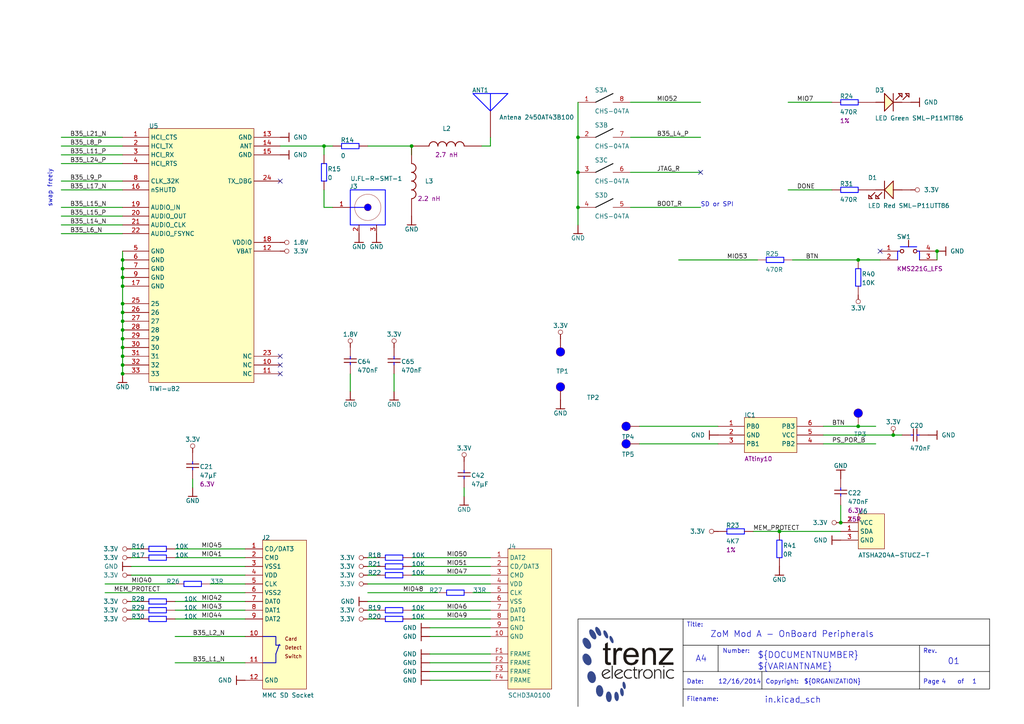
<source format=kicad_sch>
(kicad_sch (version 20230121) (generator eeschema)
  (paper "A4")
  (title_block (title "ZoM Mod A - OnBoard Peripherals") (date "12/16/2014") (rev "01"))
  (junction (at 35.56 93.1672))
  (junction (at 167.64 49.9872))
  (junction (at 35.56 80.4672))
  (junction (at 35.56 75.3872))
  (junction (at 35.56 77.9272))
  (junction (at 35.56 90.6272))
  (junction (at 248.92 75.3872))
  (junction (at 167.64 60.1472))
  (junction (at 35.56 98.2472))
  (junction (at 167.64 39.8272))
  (junction (at 35.56 105.8672))
  (junction (at 35.56 100.7872))
  (junction (at 35.56 88.0872))
  (junction (at 248.92 123.6472))
  (junction (at 259.08 126.1872))
  (junction (at 35.56 83.0072))
  (junction (at 226.06 154.1272))
  (junction (at 35.56 95.7072))
  (junction (at 35.56 103.3272))
  (junction (at 271.78 72.8472))
  (junction (at 243.84 151.5872))
  (junction (at 35.56 108.4072))
  (junction (at 93.98 42.3672))
  (junction (at 119.38 42.3672))
  (no_connect (at 81.28 52.5272))
  (no_connect (at 203.2 49.9872))
  (no_connect (at 81.28 108.4072))
  (no_connect (at 81.28 105.8672))
  (no_connect (at 81.28 103.3272))
  (no_connect (at 255.27 72.8472))
  (wire (pts (xy 255.27 75.3872) (xy 248.92 75.3872)) (stroke (width 0.254)))
  (wire (pts (xy 35.56 65.2272) (xy 17.78 65.2272)) (stroke (width 0.254)))
  (wire (pts (xy 142.24 192.2272) (xy 124.714 192.2272)) (stroke (width 0.254)))
  (wire (pts (xy 142.24 176.9872) (xy 119.38 176.9872)) (stroke (width 0.254)))
  (wire (pts (xy 35.56 77.9272) (xy 35.56 80.4672)) (stroke (width 0.254)))
  (wire (pts (xy 35.56 93.1672) (xy 35.56 95.7072)) (stroke (width 0.254)))
  (wire (pts (xy 167.64 49.9872) (xy 167.64 60.1472)) (stroke (width 0.254)))
  (wire (pts (xy 142.24 194.7672) (xy 124.714 194.7672)) (stroke (width 0.254)))
  (wire (pts (xy 101.6 113.4872) (xy 101.6 108.4072)) (stroke (width 0.254)))
  (wire (pts (xy 35.56 42.3672) (xy 17.78 42.3672)) (stroke (width 0.254)))
  (wire (pts (xy 208.28 128.7272) (xy 185.42 128.7272)) (stroke (width 0.254)))
  (wire (pts (xy 243.84 154.1272) (xy 226.06 154.1272)) (stroke (width 0.254)))
  (wire (pts (xy 35.56 62.6872) (xy 17.78 62.6872)) (stroke (width 0.254)))
  (wire (pts (xy 38.1 179.5272) (xy 40.64 179.5272)) (stroke (width 0.254)))
  (wire (pts (xy 93.98 60.1472) (xy 93.98 55.0672)) (stroke (width 0.254)))
  (wire (pts (xy 219.71 75.3872) (xy 196.85 75.3872)) (stroke (width 0.254)))
  (wire (pts (xy 35.56 80.4672) (xy 35.56 83.0072)) (stroke (width 0.254)))
  (wire (pts (xy 35.56 55.0672) (xy 17.78 55.0672)) (stroke (width 0.254)))
  (wire (pts (xy 106.68 161.7472) (xy 109.22 161.7472)) (stroke (width 0.254)))
  (wire (pts (xy 106.68 171.9072) (xy 127 171.9072)) (stroke (width 0.254)))
  (wire (pts (xy 259.08 126.1872) (xy 261.62 126.1872)) (stroke (width 0.254)))
  (wire (pts (xy 203.2 60.1472) (xy 182.88 60.1472)) (stroke (width 0.254)))
  (wire (pts (xy 71.12 171.9072) (xy 30.48 171.9072)) (stroke (width 0.254)))
  (wire (pts (xy 238.76 123.6472) (xy 248.92 123.6472)) (stroke (width 0.254)))
  (wire (pts (xy 142.24 169.3672) (xy 106.68 169.3672)) (stroke (width 0.254)))
  (wire (pts (xy 106.68 42.3672) (xy 119.38 42.3672)) (stroke (width 0.254)))
  (wire (pts (xy 38.1 164.2872) (xy 71.12 164.2872)) (stroke (width 0.254)))
  (wire (pts (xy 35.56 95.7072) (xy 35.56 98.2472)) (stroke (width 0.254)))
  (wire (pts (xy 35.56 52.5272) (xy 17.78 52.5272)) (stroke (width 0.254)))
  (wire (pts (xy 35.56 90.6272) (xy 35.56 93.1672)) (stroke (width 0.254)))
  (wire (pts (xy 142.24 164.2872) (xy 119.38 164.2872)) (stroke (width 0.254)))
  (wire (pts (xy 35.56 72.8472) (xy 35.56 75.3872)) (stroke (width 0.254)))
  (wire (pts (xy 203.2 29.6672) (xy 182.88 29.6672)) (stroke (width 0.254)))
  (wire (pts (xy 38.1 161.7472) (xy 40.64 161.7472)) (stroke (width 0.254)))
  (wire (pts (xy 38.1 166.8272) (xy 71.12 166.8272)) (stroke (width 0.254)))
  (wire (pts (xy 203.2 49.9872) (xy 182.88 49.9872)) (stroke (width 0.254)))
  (wire (pts (xy 71.12 161.7472) (xy 50.8 161.7472)) (stroke (width 0.254)))
  (wire (pts (xy 238.76 126.1872) (xy 259.08 126.1872)) (stroke (width 0.254)))
  (wire (pts (xy 271.78 75.3872) (xy 271.78 72.8472)) (stroke (width 0.254)))
  (wire (pts (xy 71.12 174.4472) (xy 50.8 174.4472)) (stroke (width 0.254)))
  (wire (pts (xy 35.56 88.0872) (xy 35.56 90.6272)) (stroke (width 0.254)))
  (wire (pts (xy 35.56 67.7672) (xy 17.78 67.7672)) (stroke (width 0.254)))
  (wire (pts (xy 71.12 192.2272) (xy 50.8 192.2272)) (stroke (width 0.254)))
  (wire (pts (xy 71.12 179.5272) (xy 50.8 179.5272)) (stroke (width 0.254)))
  (wire (pts (xy 203.2 39.8272) (xy 182.88 39.8272)) (stroke (width 0.254)))
  (wire (pts (xy 60.96 169.3672) (xy 71.12 169.3672)) (stroke (width 0.254)))
  (wire (pts (xy 35.56 60.1472) (xy 17.78 60.1472)) (stroke (width 0.254)))
  (wire (pts (xy 139.7 42.3672) (xy 142.24 42.3672)) (stroke (width 0.254)))
  (wire (pts (xy 119.38 44.9072) (xy 119.38 42.3672)) (stroke (width 0.254)))
  (wire (pts (xy 35.56 98.2472) (xy 35.56 100.7872)) (stroke (width 0.254)))
  (wire (pts (xy 71.12 184.6072) (xy 50.8 184.6072)) (stroke (width 0.254)))
  (wire (pts (xy 35.56 103.3272) (xy 35.56 105.8672)) (stroke (width 0.254)))
  (wire (pts (xy 142.24 184.6072) (xy 124.714 184.6072)) (stroke (width 0.254)))
  (wire (pts (xy 35.56 47.4472) (xy 17.78 47.4472)) (stroke (width 0.254)))
  (wire (pts (xy 35.56 39.8272) (xy 17.78 39.8272)) (stroke (width 0.254)))
  (wire (pts (xy 38.1 159.2072) (xy 40.64 159.2072)) (stroke (width 0.254)))
  (wire (pts (xy 142.24 197.3072) (xy 124.714 197.3072)) (stroke (width 0.254)))
  (wire (pts (xy 106.68 164.2872) (xy 109.22 164.2872)) (stroke (width 0.254)))
  (wire (pts (xy 142.24 174.4472) (xy 106.68 174.4472)) (stroke (width 0.254)))
  (wire (pts (xy 142.24 179.5272) (xy 119.38 179.5272)) (stroke (width 0.254)))
  (wire (pts (xy 228.6 55.0672) (xy 241.3 55.0672)) (stroke (width 0.254)))
  (wire (pts (xy 35.56 75.3872) (xy 35.56 77.9272)) (stroke (width 0.254)))
  (wire (pts (xy 35.56 105.8672) (xy 35.56 108.4072)) (stroke (width 0.254)))
  (wire (pts (xy 167.64 60.1472) (xy 167.64 65.2272)) (stroke (width 0.254)))
  (wire (pts (xy 167.64 39.8272) (xy 167.64 49.9872)) (stroke (width 0.254)))
  (wire (pts (xy 142.24 161.7472) (xy 119.38 161.7472)) (stroke (width 0.254)))
  (wire (pts (xy 35.56 44.9072) (xy 17.78 44.9072)) (stroke (width 0.254)))
  (wire (pts (xy 35.56 100.7872) (xy 35.56 103.3272)) (stroke (width 0.254)))
  (wire (pts (xy 238.76 128.7272) (xy 254 128.7272)) (stroke (width 0.254)))
  (wire (pts (xy 142.24 42.3672) (xy 142.24 39.8272)) (stroke (width 0.254)))
  (wire (pts (xy 142.24 182.0672) (xy 124.714 182.0672)) (stroke (width 0.254)))
  (wire (pts (xy 248.92 75.3872) (xy 229.87 75.3872)) (stroke (width 0.254)))
  (wire (pts (xy 106.68 166.8272) (xy 109.22 166.8272)) (stroke (width 0.254)))
  (wire (pts (xy 134.62 143.9672) (xy 134.62 141.4272)) (stroke (width 0.254)))
  (wire (pts (xy 142.24 166.8272) (xy 119.38 166.8272)) (stroke (width 0.254)))
  (wire (pts (xy 114.3 113.4872) (xy 114.3 108.4072)) (stroke (width 0.254)))
  (wire (pts (xy 71.12 159.2072) (xy 50.8 159.2072)) (stroke (width 0.254)))
  (wire (pts (xy 30.48 169.3672) (xy 50.8 169.3672)) (stroke (width 0.254)))
  (wire (pts (xy 226.06 154.1272) (xy 218.44 154.1272)) (stroke (width 0.254)))
  (wire (pts (xy 243.84 151.5872) (xy 243.84 146.5072)) (stroke (width 0.254)))
  (wire (pts (xy 248.92 123.6472) (xy 254 123.6472)) (stroke (width 0.254)))
  (wire (pts (xy 106.68 179.5272) (xy 109.22 179.5272)) (stroke (width 0.254)))
  (wire (pts (xy 208.28 123.6472) (xy 185.42 123.6472)) (stroke (width 0.254)))
  (wire (pts (xy 137.16 171.9072) (xy 142.24 171.9072)) (stroke (width 0.254)))
  (wire (pts (xy 38.1 176.9872) (xy 40.64 176.9872)) (stroke (width 0.254)))
  (wire (pts (xy 81.28 42.3672) (xy 93.98 42.3672)) (stroke (width 0.254)))
  (wire (pts (xy 167.64 29.6672) (xy 167.64 39.8272)) (stroke (width 0.254)))
  (wire (pts (xy 142.24 189.6872) (xy 124.714 189.6872)) (stroke (width 0.254)))
  (wire (pts (xy 55.88 141.4272) (xy 55.88 138.8872)) (stroke (width 0.254)))
  (wire (pts (xy 96.52 60.1472) (xy 93.98 60.1472)) (stroke (width 0.254)))
  (wire (pts (xy 71.12 176.9872) (xy 50.8 176.9872)) (stroke (width 0.254)))
  (wire (pts (xy 228.6 29.6672) (xy 241.3 29.6672)) (stroke (width 0.254)))
  (wire (pts (xy 106.68 176.9872) (xy 109.22 176.9872)) (stroke (width 0.254)))
  (wire (pts (xy 93.98 42.3672) (xy 96.52 42.3672)) (stroke (width 0.254)))
  (wire (pts (xy 93.98 44.9072) (xy 93.98 42.3672)) (stroke (width 0.254)))
  (wire (pts (xy 38.1 174.4472) (xy 40.64 174.4472)) (stroke (width 0.254)))
  (wire (pts (xy 35.56 83.0072) (xy 35.56 88.0872)) (stroke (width 0.254)))
  (polyline (pts (xy 266.7 194.7672) (xy 266.7 187.1472)) (stroke (width 0) (type solid) (color 0 0 0 1)))
  (polyline (pts (xy 287.02 187.1472) (xy 198.12 187.1472)) (stroke (width 0) (type solid) (color 0 0 0 1)))
  (polyline (pts (xy 208.28 194.7672) (xy 287.02 194.7672)) (stroke (width 0) (type solid) (color 0 0 0 1)))
  (polyline (pts (xy 266.7 194.7672) (xy 266.7 199.8472)) (stroke (width 0) (type solid) (color 0 0 0 1)))
  (polyline (pts (xy 220.98 194.7672) (xy 220.98 199.8472)) (stroke (width 0) (type solid) (color 0 0 0 1)))
  (polyline (pts (xy 198.12 199.8472) (xy 198.12 179.5272) (xy 287.02 179.5272)) (stroke (width 0) (type solid) (color 0 0 0 1)))
  (polyline (pts (xy 167.64 204.9272) (xy 167.64 179.5272) (xy 198.12 179.5272)) (stroke (width 0) (type solid) (color 0 0 0 1)))
  (polyline (pts (xy 198.12 199.8472) (xy 287.02 199.8472) (xy 287.02 179.5272)) (stroke (width 0) (type solid) (color 0 0 0 1)))
  (polyline (pts (xy 208.28 187.1472) (xy 208.28 194.7672) (xy 198.12 194.7672)) (stroke (width 0) (type solid) (color 0 0 0 1)))
  (polyline (pts (xy 198.12 199.8472) (xy 198.12 204.9272)) (stroke (width 0) (type solid) (color 0 0 0 1)))
  (image (at 182.245 192.7172) (scale 0.698446))
  (text "Page" (at 267.716 198.5772 0) (effects (font (size 1.27 1.27)) (justify left bottom)))
  (text "Copyright:" (at 221.996 198.5772 0) (effects (font (size 1.27 1.27)) (justify left bottom)))
  (text "${DOCUMENTNUMBER}" (at 219.71 191.2112 0) (effects (font (size 1.778 1.778)) (justify left bottom)))
  (text "Rev." (at 267.716 189.6872 0) (effects (font (size 1.27 1.27)) (justify left bottom)))
  (text "${TITLE}" (at 205.994 185.1152 0) (effects (font (size 1.778 1.778)) (justify left bottom)))
  (text "${FILENAME}" (at 221.742 204.1652 0) (effects (font (size 1.778 1.778)) (justify left bottom)))
  (text "${ISSUE_DATE}" (at 208.28 198.5772 0) (effects (font (size 1.27 1.27)) (justify left bottom)))
  (text "${ORGANIZATION}" (at 233.172 198.5772 0) (effects (font (size 1.27 1.27)) (justify left bottom)))
  (text "of" (at 277.622 198.5772 0) (effects (font (size 1.27 1.27)) (justify left bottom)))
  (text "${#}" (at 273.05 198.5772 0) (effects (font (size 1.27 1.27)) (justify left bottom)))
  (text "Number:" (at 209.55 189.6872 0) (effects (font (size 1.27 1.27)) (justify left bottom)))
  (text "swap freely" (at 15.24 60.1472 90) (effects (font (size 1.27 1.27)) (justify left bottom)))
  (text "${##}" (at 281.94 198.5772 0) (effects (font (size 1.27 1.27)) (justify left bottom)))
  (text "${VARIANTNAME}" (at 219.71 194.5132 0) (effects (font (size 1.778 1.778)) (justify left bottom)))
  (text "Date:" (at 199.136 198.5772 0) (effects (font (size 1.27 1.27)) (justify left bottom)))
  (text "A4" (at 201.676 192.2272 0) (effects (font (size 1.778 1.778)) (justify left bottom)))
  (text "Title:" (at 199.136 182.0672 0) (effects (font (size 1.27 1.27)) (justify left bottom)))
  (text "${REVISION}" (at 274.828 192.9892 0) (effects (font (size 1.778 1.778)) (justify left bottom)))
  (text "Filename:" (at 199.136 203.6572 0) (effects (font (size 1.27 1.27)) (justify left bottom)))
  (text "SD or SPI" (at 203.2 60.1472 0) (effects (font (size 1.27 1.27)) (justify left bottom)))
  (label "MIO45" (at 58.42 159.2072 180))
  (label "MIO53" (at 210.82 75.3872 180))
  (label "B35_L15_N" (at 20.32 60.1472 180))
  (label "MEM_PROTECT" (at 33.02 171.9072 180))
  (label "BTN" (at 241.3 123.6472 180))
  (label "MIO49" (at 129.54 179.5272 180))
  (label "B35_L6_N" (at 20.32 67.7672 180))
  (label "MIO42" (at 58.42 174.4472 180))
  (label "B35_L15_P" (at 20.32 62.6872 180))
  (label "JTAG_R" (at 190.5 49.9872 180))
  (label "B35_L14_N" (at 20.32 65.2272 180))
  (label "MIO41" (at 58.42 161.7472 180))
  (label "MEM_PROTECT" (at 218.44 154.1272 180))
  (label "MIO7" (at 231.14 29.6672 180))
  (label "MIO43" (at 58.42 176.9872 180))
  (label "MIO50" (at 129.54 161.7472 180))
  (label "B35_L8_P" (at 20.32 42.3672 180))
  (label "MIO44" (at 58.42 179.5272 180))
  (label "MIO47" (at 129.54 166.8272 180))
  (label "B35_L2_N" (at 55.88 184.6072 180))
  (label "BOOT_R" (at 190.5 60.1472 180))
  (label "B35_L9_P" (at 20.32 52.5272 180))
  (label "B35_L24_P" (at 20.32 47.4472 180))
  (label "DONE" (at 231.14 55.0672 180))
  (label "MIO52" (at 190.5 29.6672 180))
  (label "MIO46" (at 129.54 176.9872 180))
  (label "BTN" (at 233.68 75.3872 180))
  (label "PS_POR_B" (at 241.3 128.7272 180))
  (label "MIO40" (at 38.1 169.3672 180))
  (label "B35_L21_N" (at 20.32 39.8272 180))
  (label "B35_L11_P" (at 20.32 44.9072 180))
  (label "MIO48" (at 116.84 171.9072 180))
  (label "B35_L1_N" (at 55.88 192.2272 180))
  (label "B35_L4_P" (at 190.5 39.8272 180))
  (label "MIO51" (at 129.54 164.2872 180))
  (label "B35_L17_N" (at 20.32 55.0672 180))
  (symbol (lib_id "OBPeripheral-altium-import:GND") (at 271.78 72.8472 90) (unit 1)
    (property "Reference" "#PWR?" (effects hide))
    (property "Value" "GND" (at 275.59 72.8472 90) (effects (justify right)))
  )
  (symbol (lib_id "OBPeripheral-altium-import:3.3V") (at 106.68 169.3672 270) (unit 1)
    (property "Reference" "#PWR?" (effects hide))
    (property "Value" "3.3V" (at 102.87 169.3672 90) (effects (justify right)))
  )
  (symbol (lib_id "OBPeripheral-altium-import:root_1_RES") (at 109.22 161.7472 0) (unit 1)
    (property "Reference" "R18" (at 106.68 161.7472 0) (effects (justify left bottom)))
    (property "Value" "10K" (at 119.38 161.7472 0) (effects (justify left bottom)))
    (property "Footprint" "RESC0603X26N" (effects hide))
    (property "AN" "24914" (effects hide))
    (property "TOLERANCE" "1%" (effects hide))
    (property "CASE" "0603 (0201)" (effects hide))
    (property "MIXED" "SMT" (effects hide))
    (property "ALTIUM_VALUE" "10K" (effects hide))
    (property "HELPURL" "B~{:}A~{D}adli~{b}datashee~{t}R0201" (effects hide))
    (property "PREFERRED" "Yes" (effects hide))
  )
  (symbol (lib_id "OBPeripheral-altium-import:GND") (at 124.714 182.0672 270) (unit 1)
    (property "Reference" "#PWR?" (effects hide))
    (property "Value" "GND" (at 120.904 182.0672 90) (effects (justify right)))
  )
  (symbol (lib_id "OBPeripheral-altium-import:GND") (at 226.06 164.2872 0) (unit 1)
    (property "Reference" "#PWR?" (effects hide))
    (property "Value" "GND" (at 226.06 168.0972 0))
  )
  (symbol (lib_id "OBPeripheral-altium-import:root_1_TP") (at 160.02 103.3272 0) (unit 1)
    (property "Reference" "TP1" (at 161.29 108.4072 0) (effects (justify left bottom)))
    (property "Value" "TP" (effects hide))
    (property "Footprint" "TP-SMD-2mm" (effects hide))
    (property "ALTIUM_VALUE" "TP-SMD-2mm" (effects hide))
    (property "ID" "4" (effects hide))
    (property "COMPONENT" "TP-SMD-2mm" (effects hide))
  )
  (symbol (lib_id "OBPeripheral-altium-import:3.3V") (at 259.08 126.1872 180) (unit 1)
    (property "Reference" "#PWR?" (effects hide))
    (property "Value" "3.3V" (at 259.08 122.3772 0))
  )
  (symbol (lib_id "OBPeripheral-altium-import:root_3_TP") (at 165.1 110.9472 0) (unit 1)
    (property "Reference" "TP2" (at 170.18 116.0272 0) (effects (justify left bottom)))
    (property "Value" "TP" (effects hide))
    (property "Footprint" "TP-SMD-2mm" (effects hide))
    (property "ALTIUM_VALUE" "TP-SMD-2mm" (effects hide))
    (property "ID" "4" (effects hide))
    (property "COMPONENT" "TP-SMD-2mm" (effects hide))
  )
  (symbol (lib_id "OBPeripheral-altium-import:root_0_TiWi-uB2") (at 43.18 37.2872 0) (unit 1)
    (property "Reference" "U5" (at 43.18 37.2872 0) (effects (justify left bottom)))
    (property "Value" "TiWi-uB2" (at 43.18 113.4872 0) (effects (justify left bottom)))
    (property "Footprint" "TiWi-uB2" (effects hide))
  )
  (symbol (lib_id "OBPeripheral-altium-import:root_3_LED_ROT") (at 264.16 55.0672 0) (unit 1)
    (property "Reference" "D1" (at 251.714 52.2732 0) (effects (justify left bottom)))
    (property "Value" "LED Red SML-P11UTT86" (at 251.714 60.4012 0) (effects (justify left bottom)))
    (property "Footprint" "LEDC1006X25N_RED" (effects hide))
    (property "AN" "24212" (effects hide))
    (property "CASE" "1005 (0402)" (effects hide))
    (property "HELPURL" "B~{:}A~{D}adli~{b}datashee~{t}SML-P1" (effects hide))
    (property "MIXED" "SMT" (effects hide))
    (property "PREFERRED" "Yes" (effects hide))
  )
  (symbol (lib_id "OBPeripheral-altium-import:GND") (at 104.14 67.7672 0) (unit 1)
    (property "Reference" "#PWR?" (effects hide))
    (property "Value" "GND" (at 104.14 71.5772 0))
  )
  (symbol (lib_id "OBPeripheral-altium-import:root_1_RES") (at 109.22 176.9872 0) (unit 1)
    (property "Reference" "R19" (at 106.68 176.9872 0) (effects (justify left bottom)))
    (property "Value" "10K" (at 119.38 176.9872 0) (effects (justify left bottom)))
    (property "Footprint" "RESC0603X26N" (effects hide))
    (property "AN" "24914" (effects hide))
    (property "TOLERANCE" "1%" (effects hide))
    (property "CASE" "0603 (0201)" (effects hide))
    (property "MIXED" "SMT" (effects hide))
    (property "ALTIUM_VALUE" "10K" (effects hide))
    (property "HELPURL" "B~{:}A~{D}adli~{b}datashee~{t}R0201" (effects hide))
    (property "PREFERRED" "Yes" (effects hide))
  )
  (symbol (lib_id "OBPeripheral-altium-import:root_1_RES") (at 96.52 42.3672 0) (unit 1)
    (property "Reference" "R14" (at 98.806 41.3512 0) (effects (justify left bottom)))
    (property "Value" "0" (at 98.806 45.9232 0) (effects (justify left bottom)))
    (property "Footprint" "RESC0603X26N" (effects hide))
    (property "AN" "25021" (effects hide))
    (property "CASE" "0603 (0201)" (effects hide))
    (property "MIXED" "SMT" (effects hide))
    (property "ALTIUM_VALUE" "33" (effects hide))
    (property "HELPURL" "B~{:}A~{D}adli~{b}datashee~{t}R0201" (effects hide))
    (property "PREFERRED" "Yes" (effects hide))
  )
  (symbol (lib_id "OBPeripheral-altium-import:root_0_TP") (at 180.34 121.1072 0) (unit 1)
    (property "Reference" "TP4" (at 180.34 127.4572 0) (effects (justify left bottom)))
    (property "Value" "TP" (effects hide))
    (property "Footprint" "TP-SMD-2mm" (effects hide))
    (property "ALTIUM_VALUE" "TP-SMD-2mm" (effects hide))
    (property "ID" "4" (effects hide))
    (property "COMPONENT" "TP-SMD-2mm" (effects hide))
  )
  (symbol (lib_id "OBPeripheral-altium-import:3.3V") (at 264.16 55.0672 90) (unit 1)
    (property "Reference" "#PWR?" (effects hide))
    (property "Value" "3.3V" (at 267.97 55.0672 90) (effects (justify right)))
  )
  (symbol (lib_id "OBPeripheral-altium-import:3.3V") (at 248.92 85.5472 0) (unit 1)
    (property "Reference" "#PWR?" (effects hide))
    (property "Value" "3.3V" (at 248.92 89.3572 0))
  )
  (symbol (lib_id "OBPeripheral-altium-import:GND") (at 114.3 113.4872 0) (unit 1)
    (property "Reference" "#PWR?" (effects hide))
    (property "Value" "GND" (at 114.3 117.2972 0))
  )
  (symbol (lib_id "OBPeripheral-altium-import:GND") (at 124.714 189.6872 270) (unit 1)
    (property "Reference" "#PWR?" (effects hide))
    (property "Value" "GND" (at 120.904 189.6872 90) (effects (justify right)))
  )
  (symbol (lib_id "OBPeripheral-altium-import:root_0_UFL") (at 106.68 60.1472 0) (unit 1)
    (property "Reference" "J3" (at 101.346 54.8132 0) (effects (justify left bottom)))
    (property "Value" "U.FL-R-SMT-1" (at 101.6 52.5272 0) (effects (justify left bottom)))
    (property "Footprint" "U.FL-R-SMT-1" (effects hide))
    (property "AN" "25605" (effects hide))
    (property "MIXED" "SMT" (effects hide))
    (property "HELPURL" "B~{:}A~{D}adli~{b}datashee~{t}U.FL" (effects hide))
  )
  (symbol (lib_id "OBPeripheral-altium-import:root_0_RES") (at 226.06 154.1272 0) (unit 1)
    (property "Reference" "R41" (at 227.076 158.9532 0) (effects (justify left bottom)))
    (property "Value" "0R" (at 227.076 161.4932 0) (effects (justify left bottom)))
    (property "Footprint" "RESC1005X40N" (effects hide))
    (property "AN" "22738" (effects hide))
    (property "CASE" "1005 (0402)" (effects hide))
    (property "MIXED" "SMT" (effects hide))
    (property "ALTIUM_VALUE" "0" (effects hide))
    (property "PREFERRED" "Yes" (effects hide))
  )
  (symbol (lib_id "OBPeripheral-altium-import:root_1_RES") (at 40.64 174.4472 0) (unit 1)
    (property "Reference" "R28" (at 38.1 174.4472 0) (effects (justify left bottom)))
    (property "Value" "10K" (at 53.34 174.4472 0) (effects (justify left bottom)))
    (property "Footprint" "RESC0603X26N" (effects hide))
    (property "AN" "24914" (effects hide))
    (property "TOLERANCE" "1%" (effects hide))
    (property "CASE" "0603 (0201)" (effects hide))
    (property "MIXED" "SMT" (effects hide))
    (property "ALTIUM_VALUE" "10K" (effects hide))
    (property "HELPURL" "B~{:}A~{D}adli~{b}datashee~{t}R0201" (effects hide))
    (property "PREFERRED" "Yes" (effects hide))
  )
  (symbol (lib_id "OBPeripheral-altium-import:3.3V") (at 106.68 164.2872 270) (unit 1)
    (property "Reference" "#PWR?" (effects hide))
    (property "Value" "3.3V" (at 102.87 164.2872 90) (effects (justify right)))
  )
  (symbol (lib_id "OBPeripheral-altium-import:GND") (at 81.28 44.9072 90) (unit 1)
    (property "Reference" "#PWR?" (effects hide))
    (property "Value" "GND" (at 85.09 44.9072 90) (effects (justify right)))
  )
  (symbol (lib_id "OBPeripheral-altium-import:3.3V") (at 114.3 100.7872 180) (unit 1)
    (property "Reference" "#PWR?" (effects hide))
    (property "Value" "3.3V" (at 114.3 96.9772 0))
  )
  (symbol (lib_id "OBPeripheral-altium-import:3.3V") (at 134.62 133.8072 180) (unit 1)
    (property "Reference" "#PWR?" (effects hide))
    (property "Value" "3.3V" (at 134.62 129.9972 0))
  )
  (symbol (lib_id "OBPeripheral-altium-import:root_3_RES") (at 251.46 55.0672 0) (unit 1)
    (property "Reference" "R31" (at 243.586 54.0512 0) (effects (justify left bottom)))
    (property "Value" "470R" (at 243.586 58.6232 0) (effects (justify left bottom)))
    (property "Footprint" "RESC1005X40N" (effects hide))
    (property "AN" "22769" (effects hide))
    (property "CASE" "1005 (0402)" (effects hide))
    (property "ALTIUM_VALUE" "470" (effects hide))
    (property "MIXED" "SMT" (effects hide))
    (property "TOLERANCE" "1%" (effects hide))
    (property "PREFERRED" "Yes" (effects hide))
  )
  (symbol (lib_id "OBPeripheral-altium-import:root_1_RES") (at 40.64 176.9872 0) (unit 1)
    (property "Reference" "R29" (at 38.1 176.9872 0) (effects (justify left bottom)))
    (property "Value" "10K" (at 53.34 176.9872 0) (effects (justify left bottom)))
    (property "Footprint" "RESC0603X26N" (effects hide))
    (property "AN" "24914" (effects hide))
    (property "TOLERANCE" "1%" (effects hide))
    (property "CASE" "0603 (0201)" (effects hide))
    (property "MIXED" "SMT" (effects hide))
    (property "ALTIUM_VALUE" "10K" (effects hide))
    (property "HELPURL" "B~{:}A~{D}adli~{b}datashee~{t}R0201" (effects hide))
    (property "PREFERRED" "Yes" (effects hide))
  )
  (symbol (lib_id "OBPeripheral-altium-import:root_0_CHS-04TA") (at 167.64 29.6672 0) (unit 1)
    (property "Reference" "S3" (at 172.466 26.8732 0) (effects (justify left bottom)))
    (property "Value" "CHS-04TA" (at 172.466 32.9692 0) (effects (justify left bottom)))
    (property "Footprint" "CHS-04TA" (effects hide))
    (property "AN" "23417" (effects hide))
    (property "HELPURL" "B~{:}A~{D}adli~{b}datashee~{t}CHS" (effects hide))
    (property "TRENZ-STOCK" "Yes" (effects hide))
    (property "MIXED" "SMT" (effects hide))
    (property "PREFERRED" "Yes" (effects hide))
  )
  (symbol (lib_id "OBPeripheral-altium-import:root_0_RES") (at 248.92 75.3872 0) (unit 1)
    (property "Reference" "R40" (at 249.936 80.2132 0) (effects (justify left bottom)))
    (property "Value" "10K" (at 249.936 82.7532 0) (effects (justify left bottom)))
    (property "Footprint" "RESC0603X26N" (effects hide))
    (property "AN" "24914" (effects hide))
    (property "CASE" "0603 (0201)" (effects hide))
    (property "ALTIUM_VALUE" "10K" (effects hide))
    (property "HELPURL" "B~{:}A~{D}adli~{b}datashee~{t}R0201" (effects hide))
    (property "TOLERANCE" "1%" (effects hide))
    (property "MIXED" "SMT" (effects hide))
    (property "PREFERRED" "Yes" (effects hide))
  )
  (symbol (lib_id "OBPeripheral-altium-import:GND") (at 55.88 141.4272 0) (unit 1)
    (property "Reference" "#PWR?" (effects hide))
    (property "Value" "GND" (at 55.88 145.2372 0))
  )
  (symbol (lib_id "OBPeripheral-altium-import:GND") (at 71.12 197.3072 270) (unit 1)
    (property "Reference" "#PWR?" (effects hide))
    (property "Value" "GND" (at 67.31 197.3072 90) (effects (justify right)))
  )
  (symbol (lib_id "OBPeripheral-altium-import:3.3V") (at 38.1 159.2072 270) (unit 1)
    (property "Reference" "#PWR?" (effects hide))
    (property "Value" "3.3V" (at 34.29 159.2072 90) (effects (justify right)))
  )
  (symbol (lib_id "OBPeripheral-altium-import:root_0_CHS-04TA") (at 167.64 39.8272 0) (unit 2)
    (property "Reference" "S3" (at 172.466 37.0332 0) (effects (justify left bottom)))
    (property "Value" "CHS-04TA" (at 172.466 43.1292 0) (effects (justify left bottom)))
    (property "Footprint" "CHS-04TA" (effects hide))
    (property "AN" "23417" (effects hide))
    (property "HELPURL" "B~{:}A~{D}adli~{b}datashee~{t}CHS" (effects hide))
    (property "TRENZ-STOCK" "Yes" (effects hide))
    (property "MIXED" "SMT" (effects hide))
    (property "PREFERRED" "Yes" (effects hide))
  )
  (symbol (lib_id "OBPeripheral-altium-import:GND") (at 119.38 62.6872 0) (unit 1)
    (property "Reference" "#PWR?" (effects hide))
    (property "Value" "GND" (at 119.38 66.4972 0))
  )
  (symbol (lib_id "OBPeripheral-altium-import:root_0_CAP-NP") (at 243.84 138.8872 0) (unit 1)
    (property "Reference" "C22" (at 245.872 143.7132 0) (effects (justify left bottom)))
    (property "Value" "470nF" (at 245.872 146.2532 0) (effects (justify left bottom)))
    (property "Footprint" "CAPC0603X33N" (effects hide))
    (property "AN" "24921" (effects hide))
    (property "CASE" "0603 (0201)" (effects hide))
    (property "ALTIUM_VALUE" "470n" (effects hide))
    (property "VOLTAGE" "6.3V" (at 245.872 148.7932 0) (effects (justify left bottom)))
    (property "TECHNOLOGY" "X5R" (at 245.872 151.3332 0) (effects (justify left bottom)))
    (property "TOLERANCE" "20%" (effects hide))
    (property "MIXED" "SMT" (effects hide))
    (property "PREFERRED" "Yes" (effects hide))
  )
  (symbol (lib_id "OBPeripheral-altium-import:root_0_104C-TAA0-R") (at 76.2 156.6672 0) (unit 1)
    (property "Reference" "J2" (at 75.946 156.6672 0) (effects (justify left bottom)))
    (property "Value" "MMC SD Socket" (at 75.946 202.3872 0) (effects (justify left bottom)))
    (property "Footprint" "104C-TAA0-R" (effects hide))
    (property "AN" "24818" (effects hide))
    (property "CASE" "MMC SD" (effects hide))
    (property "HELPURL" "B~{:}A~{D}adli~{b}datashee~{t}104C-TAA0-R" (effects hide))
    (property "TRENZ-STOCK" "Yes" (effects hide))
    (property "MIXED" "SMT" (effects hide))
  )
  (symbol (lib_id "OBPeripheral-altium-import:GND") (at 35.56 108.4072 0) (unit 1)
    (property "Reference" "#PWR?" (effects hide))
    (property "Value" "GND" (at 35.56 112.2172 0))
  )
  (symbol (lib_id "OBPeripheral-altium-import:3.3V") (at 106.68 161.7472 270) (unit 1)
    (property "Reference" "#PWR?" (effects hide))
    (property "Value" "3.3V" (at 102.87 161.7472 90) (effects (justify right)))
  )
  (symbol (lib_id "OBPeripheral-altium-import:GND") (at 81.28 39.8272 90) (unit 1)
    (property "Reference" "#PWR?" (effects hide))
    (property "Value" "GND" (at 85.09 39.8272 90) (effects (justify right)))
  )
  (symbol (lib_id "OBPeripheral-altium-import:root_1_RES") (at 109.22 179.5272 0) (unit 1)
    (property "Reference" "R20" (at 106.68 179.5272 0) (effects (justify left bottom)))
    (property "Value" "10K" (at 119.38 179.5272 0) (effects (justify left bottom)))
    (property "Footprint" "RESC0603X26N" (effects hide))
    (property "AN" "24914" (effects hide))
    (property "TOLERANCE" "1%" (effects hide))
    (property "CASE" "0603 (0201)" (effects hide))
    (property "MIXED" "SMT" (effects hide))
    (property "ALTIUM_VALUE" "10K" (effects hide))
    (property "HELPURL" "B~{:}A~{D}adli~{b}datashee~{t}R0201" (effects hide))
    (property "PREFERRED" "Yes" (effects hide))
  )
  (symbol (lib_id "OBPeripheral-altium-import:GND") (at 124.714 192.2272 270) (unit 1)
    (property "Reference" "#PWR?" (effects hide))
    (property "Value" "GND" (at 120.904 192.2272 90) (effects (justify right)))
  )
  (symbol (lib_id "OBPeripheral-altium-import:root_0_CAP-NP") (at 114.3 100.7872 0) (unit 1)
    (property "Reference" "C65" (at 116.332 105.6132 0) (effects (justify left bottom)))
    (property "Value" "470nF" (at 116.332 108.1532 0) (effects (justify left bottom)))
    (property "Footprint" "CAPC0603X33N" (effects hide))
    (property "AN" "24921" (effects hide))
    (property "CASE" "0603 (0201)" (effects hide))
    (property "ALTIUM_VALUE" "470n" (effects hide))
    (property "VOLTAGE" "6.3V" (effects hide))
    (property "TECHNOLOGY" "X5R" (effects hide))
    (property "TOLERANCE" "20%" (effects hide))
    (property "MIXED" "SMT" (effects hide))
    (property "PREFERRED" "Yes" (effects hide))
  )
  (symbol (lib_id "OBPeripheral-altium-import:GND") (at 124.714 194.7672 270) (unit 1)
    (property "Reference" "#PWR?" (effects hide))
    (property "Value" "GND" (at 120.904 194.7672 90) (effects (justify right)))
  )
  (symbol (lib_id "OBPeripheral-altium-import:1.8V") (at 101.6 100.7872 180) (unit 1)
    (property "Reference" "#PWR?" (effects hide))
    (property "Value" "1.8V" (at 101.6 96.9772 0))
  )
  (symbol (lib_id "OBPeripheral-altium-import:root_0_TP") (at 180.34 126.1872 0) (unit 1)
    (property "Reference" "TP5" (at 180.34 132.5372 0) (effects (justify left bottom)))
    (property "Value" "TP" (effects hide))
    (property "Footprint" "TP-SMD-2mm" (effects hide))
    (property "ALTIUM_VALUE" "TP-SMD-2mm" (effects hide))
    (property "ID" "4" (effects hide))
    (property "COMPONENT" "TP-SMD-2mm" (effects hide))
  )
  (symbol (lib_id "OBPeripheral-altium-import:root_1_RES") (at 127 171.9072 0) (unit 1)
    (property "Reference" "R27" (at 124.46 171.9072 0) (effects (justify left bottom)))
    (property "Value" "33R" (at 137.16 171.9072 0) (effects (justify left bottom)))
    (property "Footprint" "RESC0603X26N" (effects hide))
    (property "AN" "25021" (effects hide))
    (property "CASE" "0603 (0201)" (effects hide))
    (property "MIXED" "SMT" (effects hide))
    (property "ALTIUM_VALUE" "33" (effects hide))
    (property "HELPURL" "B~{:}A~{D}adli~{b}datashee~{t}R0201" (effects hide))
    (property "PREFERRED" "Yes" (effects hide))
  )
  (symbol (lib_id "OBPeripheral-altium-import:3.3V") (at 38.1 179.5272 270) (unit 1)
    (property "Reference" "#PWR?" (effects hide))
    (property "Value" "3.3V" (at 34.29 179.5272 90) (effects (justify right)))
  )
  (symbol (lib_id "OBPeripheral-altium-import:root_1_RES") (at 50.8 169.3672 0) (unit 1)
    (property "Reference" "R26" (at 48.26 169.3672 0) (effects (justify left bottom)))
    (property "Value" "33R" (at 60.96 169.3672 0) (effects (justify left bottom)))
    (property "Footprint" "RESC0603X26N" (effects hide))
    (property "AN" "25021" (effects hide))
    (property "CASE" "0603 (0201)" (effects hide))
    (property "MIXED" "SMT" (effects hide))
    (property "ALTIUM_VALUE" "33" (effects hide))
    (property "HELPURL" "B~{:}A~{D}adli~{b}datashee~{t}R0201" (effects hide))
    (property "PREFERRED" "Yes" (effects hide))
  )
  (symbol (lib_id "OBPeripheral-altium-import:3.3V") (at 38.1 176.9872 270) (unit 1)
    (property "Reference" "#PWR?" (effects hide))
    (property "Value" "3.3V" (at 34.29 176.9872 90) (effects (justify right)))
  )
  (symbol (lib_id "OBPeripheral-altium-import:root_0_IND-Ferrite") (at 129.54 37.2872 0) (unit 1)
    (property "Reference" "L2" (at 129.54 37.2872 0))
    (property "Value" "IND-Ferrite" (effects hide))
    (property "Footprint" "RESC1005X40R" (effects hide))
    (property "US_VISIBLESCH" "2.7 nH" (at 129.54 44.9072 0))
  )
  (symbol (lib_id "OBPeripheral-altium-import:GND") (at 134.62 143.9672 0) (unit 1)
    (property "Reference" "#PWR?" (effects hide))
    (property "Value" "GND" (at 134.62 147.7772 0))
  )
  (symbol (lib_id "OBPeripheral-altium-import:GND") (at 109.22 67.7672 0) (unit 1)
    (property "Reference" "#PWR?" (effects hide))
    (property "Value" "GND" (at 109.22 71.5772 0))
  )
  (symbol (lib_id "OBPeripheral-altium-import:root_1_RES") (at 40.64 161.7472 0) (unit 1)
    (property "Reference" "R17" (at 38.1 161.7472 0) (effects (justify left bottom)))
    (property "Value" "10K" (at 50.8 161.7472 0) (effects (justify left bottom)))
    (property "Footprint" "RESC0603X26N" (effects hide))
    (property "AN" "24914" (effects hide))
    (property "TOLERANCE" "1%" (effects hide))
    (property "CASE" "0603 (0201)" (effects hide))
    (property "MIXED" "SMT" (effects hide))
    (property "ALTIUM_VALUE" "10K" (effects hide))
    (property "HELPURL" "B~{:}A~{D}adli~{b}datashee~{t}R0201" (effects hide))
    (property "PREFERRED" "Yes" (effects hide))
  )
  (symbol (lib_id "OBPeripheral-altium-import:root_0_ATSHA204-TSU-T") (at 248.92 149.0472 0) (unit 1)
    (property "Reference" "U6" (at 248.92 149.0472 0) (effects (justify left bottom)))
    (property "Value" "ATSHA204A-STUCZ-T" (at 248.92 161.7472 0) (effects (justify left bottom)))
    (property "Footprint" "SOT95P237X112-3N" (effects hide))
    (property "AN" "26027" (effects hide))
    (property "CASE" "SOT23-3" (effects hide))
    (property "MIXED" "SMT" (effects hide))
    (property "TRENZ-STOCK" "Yes" (effects hide))
    (property "HELPURL" "B~{:}A~{D}adli~{b}datashee~{t}ATSHA204" (effects hide))
  )
  (symbol (lib_id "OBPeripheral-altium-import:root_1_RES") (at 109.22 164.2872 0) (unit 1)
    (property "Reference" "R21" (at 106.68 164.2872 0) (effects (justify left bottom)))
    (property "Value" "10K" (at 119.38 164.2872 0) (effects (justify left bottom)))
    (property "Footprint" "RESC0603X26N" (effects hide))
    (property "AN" "24914" (effects hide))
    (property "TOLERANCE" "1%" (effects hide))
    (property "CASE" "0603 (0201)" (effects hide))
    (property "MIXED" "SMT" (effects hide))
    (property "ALTIUM_VALUE" "10K" (effects hide))
    (property "HELPURL" "B~{:}A~{D}adli~{b}datashee~{t}R0201" (effects hide))
    (property "PREFERRED" "Yes" (effects hide))
  )
  (symbol (lib_id "OBPeripheral-altium-import:GND") (at 264.16 29.6672 90) (unit 1)
    (property "Reference" "#PWR?" (effects hide))
    (property "Value" "GND" (at 267.97 29.6672 90) (effects (justify right)))
  )
  (symbol (lib_id "OBPeripheral-altium-import:root_2_RES") (at 93.98 55.0672 0) (unit 1)
    (property "Reference" "R15" (at 94.996 49.7332 0) (effects (justify left bottom)))
    (property "Value" "0" (at 94.996 52.2732 0) (effects (justify left bottom)))
    (property "Footprint" "RESC0603X26N" (effects hide))
    (property "AN" "25021" (effects hide))
    (property "CASE" "0603 (0201)" (effects hide))
    (property "MIXED" "SMT" (effects hide))
    (property "ALTIUM_VALUE" "33" (effects hide))
    (property "HELPURL" "B~{:}A~{D}adli~{b}datashee~{t}R0201" (effects hide))
    (property "PREFERRED" "Yes" (effects hide))
  )
  (symbol (lib_id "OBPeripheral-altium-import:root_1_LED_GRUEN") (at 251.46 29.6672 0) (unit 1)
    (property "Reference" "D3" (at 253.746 26.8732 0) (effects (justify left bottom)))
    (property "Value" "LED Green SML-P11MTT86" (at 253.746 35.0012 0) (effects (justify left bottom)))
    (property "Footprint" "LEDC1006X25N_GREEN" (effects hide))
    (property "AN" "24211" (effects hide))
    (property "CASE" "1005 (0402)" (effects hide))
    (property "HELPURL" "B~{:}A~{D}adli~{b}datashee~{t}SML-P1" (effects hide))
    (property "MIXED" "SMT" (effects hide))
    (property "PREFERRED" "Yes" (effects hide))
  )
  (symbol (lib_id "OBPeripheral-altium-import:root_3_RES") (at 229.87 75.3872 0) (unit 1)
    (property "Reference" "R25" (at 221.996 74.3712 0) (effects (justify left bottom)))
    (property "Value" "470R" (at 221.996 78.9432 0) (effects (justify left bottom)))
    (property "Footprint" "RESC1005X40N" (effects hide))
    (property "AN" "22769" (effects hide))
    (property "CASE" "1005 (0402)" (effects hide))
    (property "ALTIUM_VALUE" "470" (effects hide))
    (property "MIXED" "SMT" (effects hide))
    (property "TOLERANCE" "1%" (effects hide))
    (property "PREFERRED" "Yes" (effects hide))
  )
  (symbol (lib_id "OBPeripheral-altium-import:GND") (at 208.28 126.1872 270) (unit 1)
    (property "Reference" "#PWR?" (effects hide))
    (property "Value" "GND" (at 204.47 126.1872 90) (effects (justify right)))
  )
  (symbol (lib_id "OBPeripheral-altium-import:root_3_TP") (at 251.46 118.5672 0) (unit 1)
    (property "Reference" "TP3" (at 247.65 126.6952 0) (effects (justify left bottom)))
    (property "Value" "TP" (effects hide))
    (property "Footprint" "TP-SMD-2mm" (effects hide))
    (property "ALTIUM_VALUE" "TP-SMD-2mm" (effects hide))
    (property "ID" "4" (effects hide))
    (property "COMPONENT" "TP-SMD-2mm" (effects hide))
  )
  (symbol (lib_id "OBPeripheral-altium-import:root_0_SCHD3A0100") (at 147.32 159.2072 0) (unit 1)
    (property "Reference" "J4" (at 147.32 159.2072 0) (effects (justify left bottom)))
    (property "Value" "SCHD3A0100" (at 147.32 202.3872 0) (effects (justify left bottom)))
    (property "Footprint" "SCHD3A0100" (effects hide))
    (property "AN" "24993" (effects hide))
    (property "CASE" "microSD" (effects hide))
    (property "HELPURL" "B~{:}A~{D}adli~{b}datashee~{t}SCHD3A0100" (effects hide))
    (property "TRENZ-STOCK" "Yes" (effects hide))
    (property "MIXED" "SMT" (effects hide))
  )
  (symbol (lib_id "OBPeripheral-altium-import:GND") (at 269.24 126.1872 90) (unit 1)
    (property "Reference" "#PWR?" (effects hide))
    (property "Value" "GND" (at 273.05 126.1872 90) (effects (justify right)))
  )
  (symbol (lib_id "OBPeripheral-altium-import:root_0_CAP-NP") (at 101.6 100.7872 0) (unit 1)
    (property "Reference" "C64" (at 103.632 105.6132 0) (effects (justify left bottom)))
    (property "Value" "470nF" (at 103.632 108.1532 0) (effects (justify left bottom)))
    (property "Footprint" "CAPC0603X33N" (effects hide))
    (property "AN" "24921" (effects hide))
    (property "CASE" "0603 (0201)" (effects hide))
    (property "ALTIUM_VALUE" "470n" (effects hide))
    (property "VOLTAGE" "6.3V" (effects hide))
    (property "TECHNOLOGY" "X5R" (effects hide))
    (property "TOLERANCE" "20%" (effects hide))
    (property "MIXED" "SMT" (effects hide))
    (property "PREFERRED" "Yes" (effects hide))
  )
  (symbol (lib_id "OBPeripheral-altium-import:root_0_ATtiny10") (at 215.9 121.1072 0) (unit 1)
    (property "Reference" "IC1" (at 215.9 121.1072 0) (effects (justify left bottom)))
    (property "Value" "Atmel AVR ATtiny10" (effects hide))
    (property "Footprint" "SOT23-6" (effects hide))
    (property "ALTIUM_VALUE" "ATtiny10" (at 215.9 133.8072 0) (effects (justify left bottom)))
    (property "ID" "9" (effects hide))
    (property "COMPONENT" "ATtiny10" (effects hide))
  )
  (symbol (lib_id "OBPeripheral-altium-import:3.3V") (at 38.1 166.8272 270) (unit 1)
    (property "Reference" "#PWR?" (effects hide))
    (property "Value" "3.3V" (at 34.29 166.8272 90) (effects (justify right)))
  )
  (symbol (lib_id "OBPeripheral-altium-import:GND") (at 243.84 156.6672 270) (unit 1)
    (property "Reference" "#PWR?" (effects hide))
    (property "Value" "GND" (at 240.03 156.6672 90) (effects (justify right)))
  )
  (symbol (lib_id "OBPeripheral-altium-import:root_0_CAP-NP") (at 134.62 133.8072 0) (unit 1)
    (property "Reference" "C42" (at 136.652 138.6332 0) (effects (justify left bottom)))
    (property "Value" "47µF" (at 136.652 141.1732 0) (effects (justify left bottom)))
    (property "Footprint" "CAPC3216X180N" (effects hide))
    (property "AN" "24557" (effects hide))
    (property "VOLTAGE" "6.3V" (effects hide))
    (property "TECHNOLOGY" "X5R" (effects hide))
    (property "CASE" "3216 (1206)" (effects hide))
    (property "TOLERANCE" "20%" (effects hide))
    (property "MIXED" "SMT" (effects hide))
    (property "ALTIUM_VALUE" "47u" (effects hide))
    (property "PREFERRED" "Yes" (effects hide))
  )
  (symbol (lib_id "OBPeripheral-altium-import:GND") (at 243.84 138.8872 180) (unit 1)
    (property "Reference" "#PWR?" (effects hide))
    (property "Value" "GND" (at 243.84 135.0772 0))
  )
  (symbol (lib_id "OBPeripheral-altium-import:root_0_CAP-NP") (at 55.88 131.2672 0) (unit 1)
    (property "Reference" "C21" (at 57.912 136.0932 0) (effects (justify left bottom)))
    (property "Value" "47µF" (at 57.912 138.6332 0) (effects (justify left bottom)))
    (property "Footprint" "CAPC3216X180N" (effects hide))
    (property "AN" "24557" (effects hide))
    (property "VOLTAGE" "6.3V" (at 57.912 141.1732 0) (effects (justify left bottom)))
    (property "TECHNOLOGY" "X5R" (effects hide))
    (property "CASE" "3216 (1206)" (effects hide))
    (property "TOLERANCE" "20%" (effects hide))
    (property "MIXED" "SMT" (effects hide))
    (property "ALTIUM_VALUE" "47u" (effects hide))
    (property "PREFERRED" "Yes" (effects hide))
  )
  (symbol (lib_id "OBPeripheral-altium-import:GND") (at 106.68 174.4472 270) (unit 1)
    (property "Reference" "#PWR?" (effects hide))
    (property "Value" "GND" (at 102.87 174.4472 90) (effects (justify right)))
  )
  (symbol (lib_id "OBPeripheral-altium-import:3.3V") (at 208.28 154.1272 270) (unit 1)
    (property "Reference" "#PWR?" (effects hide))
    (property "Value" "3.3V" (at 204.47 154.1272 90) (effects (justify right)))
  )
  (symbol (lib_id "OBPeripheral-altium-import:root_3_RES") (at 218.44 154.1272 0) (unit 1)
    (property "Reference" "R23" (at 210.566 153.1112 0) (effects (justify left bottom)))
    (property "Value" "4K7" (at 210.566 157.6832 0) (effects (justify left bottom)))
    (property "Footprint" "RESC0603X26N" (effects hide))
    (property "AN" "25242" (effects hide))
    (property "CASE" "0603 (0201)" (effects hide))
    (property "ALTIUM_VALUE" "4.7K" (effects hide))
    (property "HELPURL" "B~{:}A~{D}adli~{b}datashee~{t}R0201" (effects hide))
    (property "TOLERANCE" "1%" (at 210.566 160.2232 0) (effects (justify left bottom)))
    (property "MIXED" "SMT" (effects hide))
    (property "PREFERRED" "Yes" (effects hide))
  )
  (symbol (lib_id "OBPeripheral-altium-import:3.3V") (at 162.56 98.2472 180) (unit 1)
    (property "Reference" "#PWR?" (effects hide))
    (property "Value" "3.3V" (at 162.56 94.4372 0))
  )
  (symbol (lib_id "OBPeripheral-altium-import:1.8V") (at 81.28 70.3072 90) (unit 1)
    (property "Reference" "#PWR?" (effects hide))
    (property "Value" "1.8V" (at 85.09 70.3072 90) (effects (justify right)))
  )
  (symbol (lib_id "OBPeripheral-altium-import:3.3V") (at 55.88 131.2672 180) (unit 1)
    (property "Reference" "#PWR?" (effects hide))
    (property "Value" "3.3V" (at 55.88 127.4572 0))
  )
  (symbol (lib_id "OBPeripheral-altium-import:root_1_CAP-NP") (at 261.62 126.1872 0) (unit 1)
    (property "Reference" "C20" (at 263.906 124.1552 0) (effects (justify left bottom)))
    (property "Value" "470nF" (at 263.906 130.7592 0) (effects (justify left bottom)))
    (property "Footprint" "CAPC0603X33N" (effects hide))
    (property "AN" "24921" (effects hide))
    (property "CASE" "0603 (0201)" (effects hide))
    (property "ALTIUM_VALUE" "470n" (effects hide))
    (property "VOLTAGE" "6.3V" (effects hide))
    (property "TECHNOLOGY" "X5R" (effects hide))
    (property "TOLERANCE" "20%" (effects hide))
    (property "MIXED" "SMT" (effects hide))
    (property "PREFERRED" "Yes" (effects hide))
  )
  (symbol (lib_id "OBPeripheral-altium-import:3.3V") (at 106.68 166.8272 270) (unit 1)
    (property "Reference" "#PWR?" (effects hide))
    (property "Value" "3.3V" (at 102.87 166.8272 90) (effects (justify right)))
  )
  (symbol (lib_id "OBPeripheral-altium-import:root_1_RES") (at 109.22 166.8272 0) (unit 1)
    (property "Reference" "R22" (at 106.68 166.8272 0) (effects (justify left bottom)))
    (property "Value" "10K" (at 119.38 166.8272 0) (effects (justify left bottom)))
    (property "Footprint" "RESC0603X26N" (effects hide))
    (property "AN" "24914" (effects hide))
    (property "TOLERANCE" "1%" (effects hide))
    (property "CASE" "0603 (0201)" (effects hide))
    (property "MIXED" "SMT" (effects hide))
    (property "ALTIUM_VALUE" "10K" (effects hide))
    (property "HELPURL" "B~{:}A~{D}adli~{b}datashee~{t}R0201" (effects hide))
    (property "PREFERRED" "Yes" (effects hide))
  )
  (symbol (lib_id "OBPeripheral-altium-import:3.3V") (at 106.68 179.5272 270) (unit 1)
    (property "Reference" "#PWR?" (effects hide))
    (property "Value" "3.3V" (at 102.87 179.5272 90) (effects (justify right)))
  )
  (symbol (lib_id "OBPeripheral-altium-import:GND") (at 167.64 65.2272 0) (unit 1)
    (property "Reference" "#PWR?" (effects hide))
    (property "Value" "GND" (at 167.64 69.0372 0))
  )
  (symbol (lib_id "OBPeripheral-altium-import:root_1_RES") (at 40.64 179.5272 0) (unit 1)
    (property "Reference" "R30" (at 38.1 179.5272 0) (effects (justify left bottom)))
    (property "Value" "10K" (at 53.34 179.5272 0) (effects (justify left bottom)))
    (property "Footprint" "RESC0603X26N" (effects hide))
    (property "AN" "24914" (effects hide))
    (property "TOLERANCE" "1%" (effects hide))
    (property "CASE" "0603 (0201)" (effects hide))
    (property "MIXED" "SMT" (effects hide))
    (property "ALTIUM_VALUE" "10K" (effects hide))
    (property "HELPURL" "B~{:}A~{D}adli~{b}datashee~{t}R0201" (effects hide))
    (property "PREFERRED" "Yes" (effects hide))
  )
  (symbol (lib_id "OBPeripheral-altium-import:3.3V") (at 243.84 151.5872 270) (unit 1)
    (property "Reference" "#PWR?" (effects hide))
    (property "Value" "3.3V" (at 240.03 151.5872 90) (effects (justify right)))
  )
  (symbol (lib_id "OBPeripheral-altium-import:root_3_RES") (at 251.46 29.6672 0) (unit 1)
    (property "Reference" "R24" (at 243.586 28.6512 0) (effects (justify left bottom)))
    (property "Value" "470R" (at 243.586 33.2232 0) (effects (justify left bottom)))
    (property "Footprint" "RESC1005X40N" (effects hide))
    (property "AN" "22769" (effects hide))
    (property "CASE" "1005 (0402)" (effects hide))
    (property "ALTIUM_VALUE" "470" (effects hide))
    (property "MIXED" "SMT" (effects hide))
    (property "TOLERANCE" "1%" (at 243.586 35.7632 0) (effects (justify left bottom)))
    (property "PREFERRED" "Yes" (effects hide))
  )
  (symbol (lib_id "OBPeripheral-altium-import:root_0_CHS-04TA") (at 167.64 49.9872 0) (unit 3)
    (property "Reference" "S3" (at 172.466 47.1932 0) (effects (justify left bottom)))
    (property "Value" "CHS-04TA" (at 172.466 53.2892 0) (effects (justify left bottom)))
    (property "Footprint" "CHS-04TA" (effects hide))
    (property "AN" "23417" (effects hide))
    (property "HELPURL" "B~{:}A~{D}adli~{b}datashee~{t}CHS" (effects hide))
    (property "TRENZ-STOCK" "Yes" (effects hide))
    (property "MIXED" "SMT" (effects hide))
    (property "PREFERRED" "Yes" (effects hide))
  )
  (symbol (lib_id "OBPeripheral-altium-import:GND") (at 101.6 113.4872 0) (unit 1)
    (property "Reference" "#PWR?" (effects hide))
    (property "Value" "GND" (at 101.6 117.2972 0))
  )
  (symbol (lib_id "OBPeripheral-altium-import:root_0_Antena 2450AT43B100") (at 137.16 42.3672 0) (unit 1)
    (property "Reference" "ANT1" (at 136.906 26.8732 0) (effects (justify left bottom)))
    (property "Value" "Antena 2450AT43B100" (at 144.78 34.7472 0) (effects (justify left bottom)))
    (property "Footprint" "Antena 2450AT43B100" (effects hide))
  )
  (symbol (lib_id "OBPeripheral-altium-import:3.3V") (at 81.28 72.8472 90) (unit 1)
    (property "Reference" "#PWR?" (effects hide))
    (property "Value" "3.3V" (at 85.09 72.8472 90) (effects (justify right)))
  )
  (symbol (lib_id "OBPeripheral-altium-import:3.3V") (at 106.68 176.9872 270) (unit 1)
    (property "Reference" "#PWR?" (effects hide))
    (property "Value" "3.3V" (at 102.87 176.9872 90) (effects (justify right)))
  )
  (symbol (lib_id "OBPeripheral-altium-import:root_1_RES") (at 40.64 159.2072 0) (unit 1)
    (property "Reference" "R16" (at 38.1 159.2072 0) (effects (justify left bottom)))
    (property "Value" "10K" (at 50.8 159.2072 0) (effects (justify left bottom)))
    (property "Footprint" "RESC0603X26N" (effects hide))
    (property "AN" "24914" (effects hide))
    (property "TOLERANCE" "1%" (effects hide))
    (property "CASE" "0603 (0201)" (effects hide))
    (property "MIXED" "SMT" (effects hide))
    (property "ALTIUM_VALUE" "10K" (effects hide))
    (property "HELPURL" "B~{:}A~{D}adli~{b}datashee~{t}R0201" (effects hide))
    (property "PREFERRED" "Yes" (effects hide))
  )
  (symbol (lib_id "OBPeripheral-altium-import:3.3V") (at 38.1 161.7472 270) (unit 1)
    (property "Reference" "#PWR?" (effects hide))
    (property "Value" "3.3V" (at 34.29 161.7472 90) (effects (justify right)))
  )
  (symbol (lib_id "OBPeripheral-altium-import:GND") (at 162.56 116.0272 0) (unit 1)
    (property "Reference" "#PWR?" (effects hide))
    (property "Value" "GND" (at 162.56 119.8372 0))
  )
  (symbol (lib_id "OBPeripheral-altium-import:root_3_IND-Ferrite") (at 124.46 52.5272 0) (unit 1)
    (property "Reference" "L3" (at 124.46 52.5272 0))
    (property "Value" "IND-Ferrite" (effects hide))
    (property "Footprint" "RESC1005X40R" (effects hide))
    (property "US_VISIBLESCH" "2.2 nH" (at 124.46 57.6072 0))
  )
  (symbol (lib_id "OBPeripheral-altium-import:3.3V") (at 38.1 174.4472 270) (unit 1)
    (property "Reference" "#PWR?" (effects hide))
    (property "Value" "3.3V" (at 34.29 174.4472 90) (effects (justify right)))
  )
  (symbol (lib_id "OBPeripheral-altium-import:root_0_BUT-4P") (at 260.35 69.0372 0) (unit 1)
    (property "Reference" "SW1" (at 260.096 69.3932 0) (effects (justify left bottom)))
    (property "Value" "4pin button" (effects hide))
    (property "Footprint" "KMS221G_LFS" (effects hide))
    (property "CASE" "*" (effects hide))
    (property "FARNELL" "*" (effects hide))
    (property "ALTIUM_VALUE" "KMS221G_LFS" (at 260.096 78.6892 0) (effects (justify left bottom)))
    (property "ID" "6" (effects hide))
    (property "COMPONENT" "RA-SMD-BUTTON" (effects hide))
  )
  (symbol (lib_id "OBPeripheral-altium-import:GND") (at 38.1 164.2872 270) (unit 1)
    (property "Reference" "#PWR?" (effects hide))
    (property "Value" "GND" (at 34.29 164.2872 90) (effects (justify right)))
  )
  (symbol (lib_id "OBPeripheral-altium-import:GND") (at 124.714 197.3072 270) (unit 1)
    (property "Reference" "#PWR?" (effects hide))
    (property "Value" "GND" (at 120.904 197.3072 90) (effects (justify right)))
  )
  (symbol (lib_id "OBPeripheral-altium-import:GND") (at 124.714 184.6072 270) (unit 1)
    (property "Reference" "#PWR?" (effects hide))
    (property "Value" "GND" (at 120.904 184.6072 90) (effects (justify right)))
  )
  (symbol (lib_id "OBPeripheral-altium-import:root_0_CHS-04TA") (at 167.64 60.1472 0) (unit 4)
    (property "Reference" "S3" (at 172.466 57.3532 0) (effects (justify left bottom)))
    (property "Value" "CHS-04TA" (at 172.466 63.4492 0) (effects (justify left bottom)))
    (property "Footprint" "CHS-04TA" (effects hide))
    (property "AN" "23417" (effects hide))
    (property "HELPURL" "B~{:}A~{D}adli~{b}datashee~{t}CHS" (effects hide))
    (property "TRENZ-STOCK" "Yes" (effects hide))
    (property "MIXED" "SMT" (effects hide))
    (property "PREFERRED" "Yes" (effects hide))
  )
)
</source>
